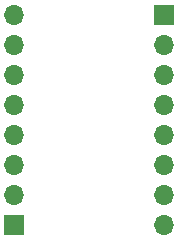
<source format=gbr>
%TF.GenerationSoftware,KiCad,Pcbnew,(6.0.5)*%
%TF.CreationDate,2022-07-01T10:08:15+08:00*%
%TF.ProjectId,convertor,636f6e76-6572-4746-9f72-2e6b69636164,rev?*%
%TF.SameCoordinates,Original*%
%TF.FileFunction,Soldermask,Bot*%
%TF.FilePolarity,Negative*%
%FSLAX46Y46*%
G04 Gerber Fmt 4.6, Leading zero omitted, Abs format (unit mm)*
G04 Created by KiCad (PCBNEW (6.0.5)) date 2022-07-01 10:08:15*
%MOMM*%
%LPD*%
G01*
G04 APERTURE LIST*
%ADD10R,1.700000X1.700000*%
%ADD11O,1.700000X1.700000*%
G04 APERTURE END LIST*
D10*
%TO.C,J2*%
X146050000Y-92710000D03*
D11*
X146050000Y-95250000D03*
X146050000Y-97790000D03*
X146050000Y-100330000D03*
X146050000Y-102870000D03*
X146050000Y-105410000D03*
X146050000Y-107950000D03*
X146050000Y-110490000D03*
%TD*%
D10*
%TO.C,J1*%
X133350000Y-110490000D03*
D11*
X133350000Y-107950000D03*
X133350000Y-105410000D03*
X133350000Y-102870000D03*
X133350000Y-100330000D03*
X133350000Y-97790000D03*
X133350000Y-95250000D03*
X133350000Y-92710000D03*
%TD*%
M02*

</source>
